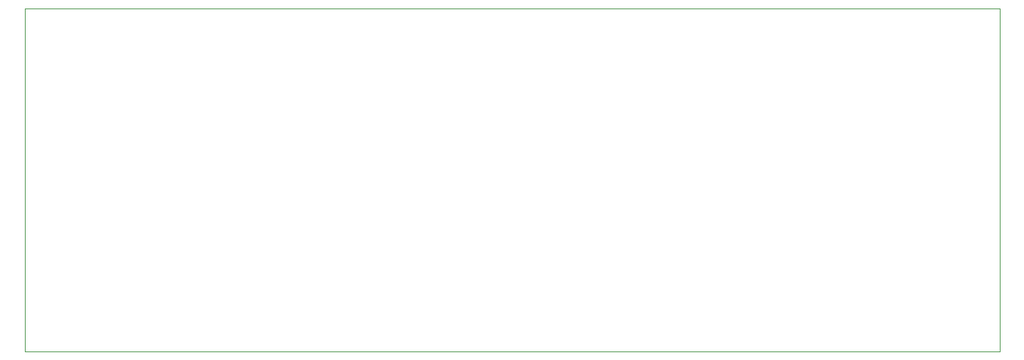
<source format=gbr>
%TF.GenerationSoftware,KiCad,Pcbnew,8.0.7*%
%TF.CreationDate,2025-01-29T21:02:38+10:00*%
%TF.ProjectId,MFOS_Power_Supply_PCB,4d464f53-5f50-46f7-9765-725f53757070,rev?*%
%TF.SameCoordinates,Original*%
%TF.FileFunction,Profile,NP*%
%FSLAX46Y46*%
G04 Gerber Fmt 4.6, Leading zero omitted, Abs format (unit mm)*
G04 Created by KiCad (PCBNEW 8.0.7) date 2025-01-29 21:02:38*
%MOMM*%
%LPD*%
G01*
G04 APERTURE LIST*
%TA.AperFunction,Profile*%
%ADD10C,0.050000*%
%TD*%
G04 APERTURE END LIST*
D10*
X86000000Y-72000000D02*
X202000000Y-72000000D01*
X202000000Y-112880000D01*
X86000000Y-112880000D01*
X86000000Y-72000000D01*
M02*

</source>
